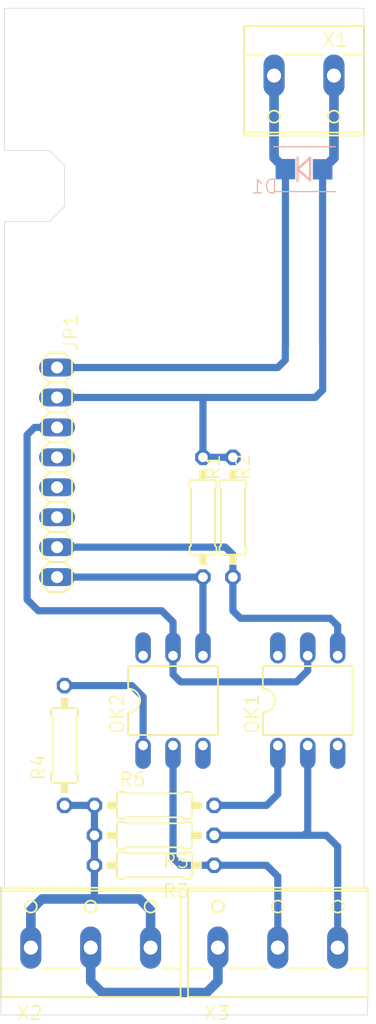
<source format=kicad_pcb>
(kicad_pcb (version 20221018) (generator pcbnew)
  (layers (0 "F.Cu" signal) (31 "B.Cu" signal) (34 "B.Paste" user) (35 "F.Paste" user) (36 "B.SilkS" user "B.Silkscreen") (37 "F.SilkS" user "F.Silkscreen") (38 "B.Mask" user) (39 "F.Mask" user) (44 "Edge.Cuts" user))
  (net 0 "")
  (net 1 "GND")
  (net 2 "N$4")
  (net 3 "N$1")
  (net 4 "N$2")
  (net 5 "N$3")
  (net 6 "N$7")
  (net 7 "N$8")
  (net 8 "N$9")
  (net 9 "N$5")
  (net 10 "N$10")
  (net 11 "N$6")
  (footprint "fingerprint_2te:0207_10" (layer "F.Cu") (at 145.9611 129.92735)
    (fp_text reference "R6" (at -3.048 -1.524) (layer "F.SilkS") (effects (font (size 1.143 1.143) (thickness 0.127)) (justify left bottom)))
    (fp_text value "2k2")
    (fp_line (start -3.175 0.889) (end -3.175 -0.889) (stroke (width 0.1524)) (layer "F.SilkS"))
    (fp_line (start -2.921 -1.143) (end -2.54 -1.143) (stroke (width 0.1524)) (layer "F.SilkS"))
    (fp_line (start -2.921 1.143) (end -2.54 1.143) (stroke (width 0.1524)) (layer "F.SilkS"))
    (fp_line (start -2.413 -1.016) (end -2.54 -1.143) (stroke (width 0.1524)) (layer "F.SilkS"))
    (fp_line (start -2.413 1.016) (end -2.54 1.143) (stroke (width 0.1524)) (layer "F.SilkS"))
    (fp_line (start 2.413 -1.016) (end -2.413 -1.016) (stroke (width 0.1524)) (layer "F.SilkS"))
    (fp_line (start 2.413 -1.016) (end 2.54 -1.143) (stroke (width 0.1524)) (layer "F.SilkS"))
    (fp_line (start 2.413 1.016) (end -2.413 1.016) (stroke (width 0.1524)) (layer "F.SilkS"))
    (fp_line (start 2.413 1.016) (end 2.54 1.143) (stroke (width 0.1524)) (layer "F.SilkS"))
    (fp_line (start 2.921 -1.143) (end 2.54 -1.143) (stroke (width 0.1524)) (layer "F.SilkS"))
    (fp_line (start 2.921 1.143) (end 2.54 1.143) (stroke (width 0.1524)) (layer "F.SilkS"))
    (fp_line (start 3.175 0.889) (end 3.175 -0.889) (stroke (width 0.1524)) (layer "F.SilkS"))
    (fp_arc (start -3.175 -0.889) (mid -3.100605 -1.068605) (end -2.921 -1.143) (stroke (width 0.1524)) (layer "F.SilkS"))
    (fp_arc (start -2.921 1.143) (mid -3.100605 1.068605) (end -3.175 0.889) (stroke (width 0.1524)) (layer "F.SilkS"))
    (fp_arc (start 2.921 -1.143) (mid 3.100605 -1.068605) (end 3.175 -0.889) (stroke (width 0.1524)) (layer "F.SilkS"))
    (fp_arc (start 3.175 0.889) (mid 3.100605 1.068605) (end 2.921 1.143) (stroke (width 0.1524)) (layer "F.SilkS"))
    (fp_poly (pts (xy -4.0386 0.3048) (xy -3.175 0.3048) (xy -3.175 -0.3048) (xy -4.0386 -0.3048)) (fill solid) (layer "F.SilkS"))
    (fp_poly (pts (xy 3.175 0.3048) (xy 4.0386 0.3048) (xy 4.0386 -0.3048) (xy 3.175 -0.3048)) (fill solid) (layer "F.SilkS"))
    (pad "1" thru_hole roundrect (at -5.08 0) (size 1.3208 1.3208) (drill 0.8128) (layers "*.Cu" "*.Mask") (chamfer_ratio 0.2928932188) (chamfer top_left top_right bottom_left bottom_right) (net 11 "N$6"))
    (pad "2" thru_hole roundrect (at 5.08 0) (size 1.3208 1.3208) (drill 0.8128) (layers "*.Cu" "*.Mask") (chamfer_ratio 0.2928932188) (chamfer top_left top_right bottom_left bottom_right) (net 10 "N$10"))
  )
  (footprint "fingerprint_2te:0207_10" (layer "F.Cu") (at 145.9611 132.46735 180)
    (fp_text reference "R5" (at -3.048 -1.524 180) (layer "F.SilkS") (effects (font (size 1.143 1.143) (thickness 0.127)) (justify right top)))
    (fp_text value "1k2")
    (fp_line (start -3.175 0.889) (end -3.175 -0.889) (stroke (width 0.1524)) (layer "F.SilkS"))
    (fp_line (start -2.921 -1.143) (end -2.54 -1.143) (stroke (width 0.1524)) (layer "F.SilkS"))
    (fp_line (start -2.921 1.143) (end -2.54 1.143) (stroke (width 0.1524)) (layer "F.SilkS"))
    (fp_line (start -2.413 -1.016) (end -2.54 -1.143) (stroke (width 0.1524)) (layer "F.SilkS"))
    (fp_line (start -2.413 1.016) (end -2.54 1.143) (stroke (width 0.1524)) (layer "F.SilkS"))
    (fp_line (start 2.413 -1.016) (end -2.413 -1.016) (stroke (width 0.1524)) (layer "F.SilkS"))
    (fp_line (start 2.413 -1.016) (end 2.54 -1.143) (stroke (width 0.1524)) (layer "F.SilkS"))
    (fp_line (start 2.413 1.016) (end -2.413 1.016) (stroke (width 0.1524)) (layer "F.SilkS"))
    (fp_line (start 2.413 1.016) (end 2.54 1.143) (stroke (width 0.1524)) (layer "F.SilkS"))
    (fp_line (start 2.921 -1.143) (end 2.54 -1.143) (stroke (width 0.1524)) (layer "F.SilkS"))
    (fp_line (start 2.921 1.143) (end 2.54 1.143) (stroke (width 0.1524)) (layer "F.SilkS"))
    (fp_line (start 3.175 0.889) (end 3.175 -0.889) (stroke (width 0.1524)) (layer "F.SilkS"))
    (fp_arc (start -3.175 -0.889) (mid -3.100605 -1.068605) (end -2.921 -1.143) (stroke (width 0.1524)) (layer "F.SilkS"))
    (fp_arc (start -2.921 1.143) (mid -3.100605 1.068605) (end -3.175 0.889) (stroke (width 0.1524)) (layer "F.SilkS"))
    (fp_arc (start 2.921 -1.143) (mid 3.100605 -1.068605) (end 3.175 -0.889) (stroke (width 0.1524)) (layer "F.SilkS"))
    (fp_arc (start 3.175 0.889) (mid 3.100605 1.068605) (end 2.921 1.143) (stroke (width 0.1524)) (layer "F.SilkS"))
    (fp_poly (pts (xy -4.0386 0.3048) (xy -3.175 0.3048) (xy -3.175 -0.3048) (xy -4.0386 -0.3048)) (fill solid) (layer "F.SilkS"))
    (fp_poly (pts (xy 3.175 0.3048) (xy 4.0386 0.3048) (xy 4.0386 -0.3048) (xy 3.175 -0.3048)) (fill solid) (layer "F.SilkS"))
    (pad "1" thru_hole roundrect (at -5.08 0 180) (size 1.3208 1.3208) (drill 0.8128) (layers "*.Cu" "*.Mask") (chamfer_ratio 0.2928932188) (chamfer top_left top_right bottom_left bottom_right) (net 8 "N$9"))
    (pad "2" thru_hole roundrect (at 5.08 0 180) (size 1.3208 1.3208) (drill 0.8128) (layers "*.Cu" "*.Mask") (chamfer_ratio 0.2928932188) (chamfer top_left top_right bottom_left bottom_right) (net 11 "N$6"))
  )
  (footprint "fingerprint_2te:0207_10" (layer "F.Cu") (at 152.6286 105.47985 -90)
    (fp_text reference "R2" (at -3.048 -1.524 -90) (layer "F.SilkS") (effects (font (size 1.143 1.143) (thickness 0.127)) (justify left bottom)))
    (fp_text value "10k")
    (fp_line (start -3.175 0.889) (end -3.175 -0.889) (stroke (width 0.1524)) (layer "F.SilkS"))
    (fp_line (start -2.921 -1.143) (end -2.54 -1.143) (stroke (width 0.1524)) (layer "F.SilkS"))
    (fp_line (start -2.921 1.143) (end -2.54 1.143) (stroke (width 0.1524)) (layer "F.SilkS"))
    (fp_line (start -2.413 -1.016) (end -2.54 -1.143) (stroke (width 0.1524)) (layer "F.SilkS"))
    (fp_line (start -2.413 1.016) (end -2.54 1.143) (stroke (width 0.1524)) (layer "F.SilkS"))
    (fp_line (start 2.413 -1.016) (end -2.413 -1.016) (stroke (width 0.1524)) (layer "F.SilkS"))
    (fp_line (start 2.413 -1.016) (end 2.54 -1.143) (stroke (width 0.1524)) (layer "F.SilkS"))
    (fp_line (start 2.413 1.016) (end -2.413 1.016) (stroke (width 0.1524)) (layer "F.SilkS"))
    (fp_line (start 2.413 1.016) (end 2.54 1.143) (stroke (width 0.1524)) (layer "F.SilkS"))
    (fp_line (start 2.921 -1.143) (end 2.54 -1.143) (stroke (width 0.1524)) (layer "F.SilkS"))
    (fp_line (start 2.921 1.143) (end 2.54 1.143) (stroke (width 0.1524)) (layer "F.SilkS"))
    (fp_line (start 3.175 0.889) (end 3.175 -0.889) (stroke (width 0.1524)) (layer "F.SilkS"))
    (fp_arc (start -3.175 -0.889) (mid -3.100605 -1.068605) (end -2.921 -1.143) (stroke (width 0.1524)) (layer "F.SilkS"))
    (fp_arc (start -2.921 1.143) (mid -3.100605 1.068605) (end -3.175 0.889) (stroke (width 0.1524)) (layer "F.SilkS"))
    (fp_arc (start 2.921 -1.143) (mid 3.100605 -1.068605) (end 3.175 -0.889) (stroke (width 0.1524)) (layer "F.SilkS"))
    (fp_arc (start 3.175 0.889) (mid 3.100605 1.068605) (end 2.921 1.143) (stroke (width 0.1524)) (layer "F.SilkS"))
    (fp_poly (pts (xy -4.0386 0.3048) (xy -3.175 0.3048) (xy -3.175 -0.3048) (xy -4.0386 -0.3048)) (fill solid) (layer "F.SilkS"))
    (fp_poly (pts (xy 3.175 0.3048) (xy 4.0386 0.3048) (xy 4.0386 -0.3048) (xy 3.175 -0.3048)) (fill solid) (layer "F.SilkS"))
    (pad "1" thru_hole roundrect (at -5.08 0 270) (size 1.3208 1.3208) (drill 0.8128) (layers "*.Cu" "*.Mask") (chamfer_ratio 0.2928932188) (chamfer top_left top_right bottom_left bottom_right) (net 1 "GND"))
    (pad "2" thru_hole roundrect (at 5.08 0 270) (size 1.3208 1.3208) (drill 0.8128) (layers "*.Cu" "*.Mask") (chamfer_ratio 0.2928932188) (chamfer top_left top_right bottom_left bottom_right) (net 4 "N$2"))
  )
  (footprint "fingerprint_2te:DIL06" (layer "F.Cu") (at 147.5486 121.03735)
    (fp_text reference "OK2" (at -4.064 2.921 90) (layer "F.SilkS") (effects (font (size 1.143 1.143) (thickness 0.127)) (justify left bottom)))
    (fp_text value "4N35")
    (fp_line (start -3.81 -2.921) (end -3.81 -1.016) (stroke (width 0.1524)) (layer "F.SilkS"))
    (fp_line (start -3.81 2.921) (end -3.81 1.016) (stroke (width 0.1524)) (layer "F.SilkS"))
    (fp_line (start -3.81 2.921) (end 3.81 2.921) (stroke (width 0.1524)) (layer "F.SilkS"))
    (fp_line (start 3.81 -2.921) (end -3.81 -2.921) (stroke (width 0.1524)) (layer "F.SilkS"))
    (fp_line (start 3.81 -2.921) (end 3.81 2.921) (stroke (width 0.1524)) (layer "F.SilkS"))
    (fp_arc (start -3.81 -1.016) (mid -2.794 0) (end -3.81 1.016) (stroke (width 0.1524)) (layer "F.SilkS"))
    (pad "1" thru_hole oval (at -2.54 3.81 270) (size 2.6416 1.3208) (drill 0.8128 (offset 0.6604 0)) (layers "*.Cu" "*.Mask") (net 9 "N$5"))
    (pad "2" thru_hole oval (at 0 3.81 270) (size 2.6416 1.3208) (drill 0.8128 (offset 0.6604 0)) (layers "*.Cu" "*.Mask") (net 7 "N$8"))
    (pad "3" thru_hole oval (at 2.54 3.81 270) (size 2.6416 1.3208) (drill 0.8128 (offset 0.6604 0)) (layers "*.Cu" "*.Mask"))
    (pad "4" thru_hole oval (at 2.54 -3.81 90) (size 2.6416 1.3208) (drill 0.8128 (offset 0.6604 0)) (layers "*.Cu" "*.Mask") (net 3 "N$1"))
    (pad "5" thru_hole oval (at 0 -3.81 90) (size 2.6416 1.3208) (drill 0.8128 (offset 0.6604 0)) (layers "*.Cu" "*.Mask") (net 5 "N$3"))
    (pad "6" thru_hole oval (at -2.54 -3.81 90) (size 2.6416 1.3208) (drill 0.8128 (offset 0.6604 0)) (layers "*.Cu" "*.Mask"))
  )
  (footprint "fingerprint_2te:W237-3E" (layer "F.Cu") (at 156.4386 141.35735)
    (fp_text reference "X3" (at -6.35 6.858) (layer "F.SilkS") (effects (font (size 1.143 1.143) (thickness 0.127)) (justify left bottom)))
    (fp_text value "")
    (fp_line (start -7.62 -4.191) (end -7.62 -4.445) (stroke (width 0.1524)) (layer "F.SilkS"))
    (fp_line (start -7.62 -4.191) (end 7.62 -4.191) (stroke (width 0.1524)) (layer "F.SilkS"))
    (fp_line (start -7.62 2.413) (end -7.62 -4.191) (stroke (width 0.1524)) (layer "F.SilkS"))
    (fp_line (start -7.62 2.413) (end -6.096 2.413) (stroke (width 0.1524)) (layer "F.SilkS"))
    (fp_line (start -7.62 4.826) (end -7.62 2.413) (stroke (width 0.1524)) (layer "F.SilkS"))
    (fp_line (start -7.62 4.826) (end 7.62 4.826) (stroke (width 0.1524)) (layer "F.SilkS"))
    (fp_line (start -4.064 2.413) (end -1.016 2.413) (stroke (width 0.1524)) (layer "F.SilkS"))
    (fp_line (start 1.016 2.413) (end 4.064 2.413) (stroke (width 0.1524)) (layer "F.SilkS"))
    (fp_line (start 6.096 2.413) (end 7.62 2.413) (stroke (width 0.1524)) (layer "F.SilkS"))
    (fp_line (start 7.62 -4.445) (end -7.62 -4.445) (stroke (width 0.1524)) (layer "F.SilkS"))
    (fp_line (start 7.62 -4.445) (end 7.62 -4.191) (stroke (width 0.1524)) (layer "F.SilkS"))
    (fp_line (start 7.62 -4.191) (end 7.62 2.413) (stroke (width 0.1524)) (layer "F.SilkS"))
    (fp_line (start 7.62 2.413) (end 7.62 4.826) (stroke (width 0.1524)) (layer "F.SilkS"))
    (fp_circle (center -5.08 -2.8448) (end -4.572 -2.8448) (stroke (width 0.1524)) (fill none) (layer "F.SilkS"))
    (fp_circle (center 0 -2.8448) (end 0.508 -2.8448) (stroke (width 0.1524)) (fill none) (layer "F.SilkS"))
    (fp_circle (center 5.08 -2.8448) (end 5.588 -2.8448) (stroke (width 0.1524)) (fill none) (layer "F.SilkS"))
    (pad "1" thru_hole oval (at -5.08 0.635 90) (size 3.5814 1.7907) (drill 1.1938) (layers "*.Cu" "*.Mask") (net 6 "N$7"))
    (pad "2" thru_hole oval (at 0 0.635 90) (size 3.5814 1.7907) (drill 1.1938) (layers "*.Cu" "*.Mask") (net 7 "N$8"))
    (pad "3" thru_hole oval (at 5.08 0.635 90) (size 3.5814 1.7907) (drill 1.1938) (layers "*.Cu" "*.Mask") (net 8 "N$9"))
  )
  (footprint "fingerprint_2te:0207_10" (layer "F.Cu") (at 145.9611 135.00735 180)
    (fp_text reference "R3" (at -3.048 -1.524 180) (layer "F.SilkS") (effects (font (size 1.143 1.143) (thickness 0.127)) (justify right top)))
    (fp_text value "1k2")
    (fp_line (start -3.175 0.889) (end -3.175 -0.889) (stroke (width 0.1524)) (layer "F.SilkS"))
    (fp_line (start -2.921 -1.143) (end -2.54 -1.143) (stroke (width 0.1524)) (layer "F.SilkS"))
    (fp_line (start -2.921 1.143) (end -2.54 1.143) (stroke (width 0.1524)) (layer "F.SilkS"))
    (fp_line (start -2.413 -1.016) (end -2.54 -1.143) (stroke (width 0.1524)) (layer "F.SilkS"))
    (fp_line (start -2.413 1.016) (end -2.54 1.143) (stroke (width 0.1524)) (layer "F.SilkS"))
    (fp_line (start 2.413 -1.016) (end -2.413 -1.016) (stroke (width 0.1524)) (layer "F.SilkS"))
    (fp_line (start 2.413 -1.016) (end 2.54 -1.143) (stroke (width 0.1524)) (layer "F.SilkS"))
    (fp_line (start 2.413 1.016) (end -2.413 1.016) (stroke (width 0.1524)) (layer "F.SilkS"))
    (fp_line (start 2.413 1.016) (end 2.54 1.143) (stroke (width 0.1524)) (layer "F.SilkS"))
    (fp_line (start 2.921 -1.143) (end 2.54 -1.143) (stroke (width 0.1524)) (layer "F.SilkS"))
    (fp_line (start 2.921 1.143) (end 2.54 1.143) (stroke (width 0.1524)) (layer "F.SilkS"))
    (fp_line (start 3.175 0.889) (end 3.175 -0.889) (stroke (width 0.1524)) (layer "F.SilkS"))
    (fp_arc (start -3.175 -0.889) (mid -3.100605 -1.068605) (end -2.921 -1.143) (stroke (width 0.1524)) (layer "F.SilkS"))
    (fp_arc (start -2.921 1.143) (mid -3.100605 1.068605) (end -3.175 0.889) (stroke (width 0.1524)) (layer "F.SilkS"))
    (fp_arc (start 2.921 -1.143) (mid 3.100605 -1.068605) (end 3.175 -0.889) (stroke (width 0.1524)) (layer "F.SilkS"))
    (fp_arc (start 3.175 0.889) (mid 3.100605 1.068605) (end 2.921 1.143) (stroke (width 0.1524)) (layer "F.SilkS"))
    (fp_poly (pts (xy -4.0386 0.3048) (xy -3.175 0.3048) (xy -3.175 -0.3048) (xy -4.0386 -0.3048)) (fill solid) (layer "F.SilkS"))
    (fp_poly (pts (xy 3.175 0.3048) (xy 4.0386 0.3048) (xy 4.0386 -0.3048) (xy 3.175 -0.3048)) (fill solid) (layer "F.SilkS"))
    (pad "1" thru_hole roundrect (at -5.08 0 180) (size 1.3208 1.3208) (drill 0.8128) (layers "*.Cu" "*.Mask") (chamfer_ratio 0.2928932188) (chamfer top_left top_right bottom_left bottom_right) (net 7 "N$8"))
    (pad "2" thru_hole roundrect (at 5.08 0 180) (size 1.3208 1.3208) (drill 0.8128) (layers "*.Cu" "*.Mask") (chamfer_ratio 0.2928932188) (chamfer top_left top_right bottom_left bottom_right) (net 11 "N$6"))
  )
  (footprint "fingerprint_2te:W237-132" (layer "F.Cu") (at 158.6611 68.64985 180)
    (fp_text reference "X1" (at -3.81 4.318 180) (layer "F.SilkS") (effects (font (size 1.143 1.143) (thickness 0.127)) (justify right top)))
    (fp_text value "")
    (fp_line (start -5.08 -4.445) (end 5.08 -4.445) (stroke (width 0.1524)) (layer "F.SilkS"))
    (fp_line (start -5.08 -4.191) (end -5.08 -4.445) (stroke (width 0.1524)) (layer "F.SilkS"))
    (fp_line (start -5.08 -4.191) (end -5.08 2.413) (stroke (width 0.1524)) (layer "F.SilkS"))
    (fp_line (start -5.08 -4.191) (end 5.08 -4.191) (stroke (width 0.1524)) (layer "F.SilkS"))
    (fp_line (start -5.08 2.413) (end -5.08 4.826) (stroke (width 0.1524)) (layer "F.SilkS"))
    (fp_line (start -5.08 2.413) (end -3.429 2.413) (stroke (width 0.1524)) (layer "F.SilkS"))
    (fp_line (start -1.651 2.413) (end 1.651 2.413) (stroke (width 0.1524)) (layer "F.SilkS"))
    (fp_line (start 3.429 2.413) (end 5.08 2.413) (stroke (width 0.1524)) (layer "F.SilkS"))
    (fp_line (start 5.08 -4.191) (end 5.08 -4.445) (stroke (width 0.1524)) (layer "F.SilkS"))
    (fp_line (start 5.08 2.413) (end 5.08 -4.191) (stroke (width 0.1524)) (layer "F.SilkS"))
    (fp_line (start 5.08 4.826) (end -5.08 4.826) (stroke (width 0.1524)) (layer "F.SilkS"))
    (fp_line (start 5.08 4.826) (end 5.08 2.413) (stroke (width 0.1524)) (layer "F.SilkS"))
    (fp_circle (center -2.54 -2.8448) (end -2.032 -2.8448) (stroke (width 0.1524)) (fill none) (layer "F.SilkS"))
    (fp_circle (center 2.54 -2.8448) (end 3.048 -2.8448) (stroke (width 0.1524)) (fill none) (layer "F.SilkS"))
    (pad "1" thru_hole oval (at -2.54 0.635 270) (size 3.5814 1.7907) (drill 1.1938) (layers "*.Cu" "*.Mask") (net 1 "GND"))
    (pad "2" thru_hole oval (at 2.54 0.635 270) (size 3.5814 1.7907) (drill 1.1938) (layers "*.Cu" "*.Mask") (net 2 "N$4"))
  )
  (footprint "fingerprint_2te:0207_10" (layer "F.Cu") (at 138.3411 124.84735 90)
    (fp_text reference "R4" (at -3.048 -1.524 90) (layer "F.SilkS") (effects (font (size 1.143 1.143) (thickness 0.127)) (justify left bottom)))
    (fp_text value "2k2")
    (fp_line (start -3.175 0.889) (end -3.175 -0.889) (stroke (width 0.1524)) (layer "F.SilkS"))
    (fp_line (start -2.921 -1.143) (end -2.54 -1.143) (stroke (width 0.1524)) (layer "F.SilkS"))
    (fp_line (start -2.921 1.143) (end -2.54 1.143) (stroke (width 0.1524)) (layer "F.SilkS"))
    (fp_line (start -2.413 -1.016) (end -2.54 -1.143) (stroke (width 0.1524)) (layer "F.SilkS"))
    (fp_line (start -2.413 1.016) (end -2.54 1.143) (stroke (width 0.1524)) (layer "F.SilkS"))
    (fp_line (start 2.413 -1.016) (end -2.413 -1.016) (stroke (width 0.1524)) (layer "F.SilkS"))
    (fp_line (start 2.413 -1.016) (end 2.54 -1.143) (stroke (width 0.1524)) (layer "F.SilkS"))
    (fp_line (start 2.413 1.016) (end -2.413 1.016) (stroke (width 0.1524)) (layer "F.SilkS"))
    (fp_line (start 2.413 1.016) (end 2.54 1.143) (stroke (width 0.1524)) (layer "F.SilkS"))
    (fp_line (start 2.921 -1.143) (end 2.54 -1.143) (stroke (width 0.1524)) (layer "F.SilkS"))
    (fp_line (start 2.921 1.143) (end 2.54 1.143) (stroke (width 0.1524)) (layer "F.SilkS"))
    (fp_line (start 3.175 0.889) (end 3.175 -0.889) (stroke (width 0.1524)) (layer "F.SilkS"))
    (fp_arc (start -3.175 -0.889) (mid -3.100605 -1.068605) (end -2.921 -1.143) (stroke (width 0.1524)) (layer "F.SilkS"))
    (fp_arc (start -2.921 1.143) (mid -3.100605 1.068605) (end -3.175 0.889) (stroke (width 0.1524)) (layer "F.SilkS"))
    (fp_arc (start 2.921 -1.143) (mid 3.100605 -1.068605) (end 3.175 -0.889) (stroke (width 0.1524)) (layer "F.SilkS"))
    (fp_arc (start 3.175 0.889) (mid 3.100605 1.068605) (end 2.921 1.143) (stroke (width 0.1524)) (layer "F.SilkS"))
    (fp_poly (pts (xy -4.0386 0.3048) (xy -3.175 0.3048) (xy -3.175 -0.3048) (xy -4.0386 -0.3048)) (fill solid) (layer "F.SilkS"))
    (fp_poly (pts (xy 3.175 0.3048) (xy 4.0386 0.3048) (xy 4.0386 -0.3048) (xy 3.175 -0.3048)) (fill solid) (layer "F.SilkS"))
    (pad "1" thru_hole roundrect (at -5.08 0 90) (size 1.3208 1.3208) (drill 0.8128) (layers "*.Cu" "*.Mask") (chamfer_ratio 0.2928932188) (chamfer top_left top_right bottom_left bottom_right) (net 11 "N$6"))
    (pad "2" thru_hole roundrect (at 5.08 0 90) (size 1.3208 1.3208) (drill 0.8128) (layers "*.Cu" "*.Mask") (chamfer_ratio 0.2928932188) (chamfer top_left top_right bottom_left bottom_right) (net 9 "N$5"))
  )
  (footprint "fingerprint_2te:W237-3E" (layer "F.Cu") (at 140.5636 141.35735)
    (fp_text reference "X2" (at -6.35 6.858) (layer "F.SilkS") (effects (font (size 1.143 1.143) (thickness 0.127)) (justify left bottom)))
    (fp_text value "")
    (fp_line (start -7.62 -4.191) (end -7.62 -4.445) (stroke (width 0.1524)) (layer "F.SilkS"))
    (fp_line (start -7.62 -4.191) (end 7.62 -4.191) (stroke (width 0.1524)) (layer "F.SilkS"))
    (fp_line (start -7.62 2.413) (end -7.62 -4.191) (stroke (width 0.1524)) (layer "F.SilkS"))
    (fp_line (start -7.62 2.413) (end -6.096 2.413) (stroke (width 0.1524)) (layer "F.SilkS"))
    (fp_line (start -7.62 4.826) (end -7.62 2.413) (stroke (width 0.1524)) (layer "F.SilkS"))
    (fp_line (start -7.62 4.826) (end 7.62 4.826) (stroke (width 0.1524)) (layer "F.SilkS"))
    (fp_line (start -4.064 2.413) (end -1.016 2.413) (stroke (width 0.1524)) (layer "F.SilkS"))
    (fp_line (start 1.016 2.413) (end 4.064 2.413) (stroke (width 0.1524)) (layer "F.SilkS"))
    (fp_line (start 6.096 2.413) (end 7.62 2.413) (stroke (width 0.1524)) (layer "F.SilkS"))
    (fp_line (start 7.62 -4.445) (end -7.62 -4.445) (stroke (width 0.1524)) (layer "F.SilkS"))
    (fp_line (start 7.62 -4.445) (end 7.62 -4.191) (stroke (width 0.1524)) (layer "F.SilkS"))
    (fp_line (start 7.62 -4.191) (end 7.62 2.413) (stroke (width 0.1524)) (layer "F.SilkS"))
    (fp_line (start 7.62 2.413) (end 7.62 4.826) (stroke (width 0.1524)) (layer "F.SilkS"))
    (fp_circle (center -5.08 -2.8448) (end -4.572 -2.8448) (stroke (width 0.1524)) (fill none) (layer "F.SilkS"))
    (fp_circle (center 0 -2.8448) (end 0.508 -2.8448) (stroke (width 0.1524)) (fill none) (layer "F.SilkS"))
    (fp_circle (center 5.08 -2.8448) (end 5.588 -2.8448) (stroke (width 0.1524)) (fill none) (layer "F.SilkS"))
    (pad "1" thru_hole oval (at -5.08 0.635 90) (size 3.5814 1.7907) (drill 1.1938) (layers "*.Cu" "*.Mask") (net 11 "N$6"))
    (pad "2" thru_hole oval (at 0 0.635 90) (size 3.5814 1.7907) (drill 1.1938) (layers "*.Cu" "*.Mask") (net 6 "N$7"))
    (pad "3" thru_hole oval (at 5.08 0.635 90) (size 3.5814 1.7907) (drill 1.1938) (layers "*.Cu" "*.Mask") (net 11 "N$6"))
  )
  (footprint "fingerprint_2te:0207_10" (layer "F.Cu") (at 150.0886 105.47985 -90)
    (fp_text reference "R1" (at -3.048 -1.524 -90) (layer "F.SilkS") (effects (font (size 1.143 1.143) (thickness 0.127)) (justify left bottom)))
    (fp_text value "10k")
    (fp_line (start -3.175 0.889) (end -3.175 -0.889) (stroke (width 0.1524)) (layer "F.SilkS"))
    (fp_line (start -2.921 -1.143) (end -2.54 -1.143) (stroke (width 0.1524)) (layer "F.SilkS"))
    (fp_line (start -2.921 1.143) (end -2.54 1.143) (stroke (width 0.1524)) (layer "F.SilkS"))
    (fp_line (start -2.413 -1.016) (end -2.54 -1.143) (stroke (width 0.1524)) (layer "F.SilkS"))
    (fp_line (start -2.413 1.016) (end -2.54 1.143) (stroke (width 0.1524)) (layer "F.SilkS"))
    (fp_line (start 2.413 -1.016) (end -2.413 -1.016) (stroke (width 0.1524)) (layer "F.SilkS"))
    (fp_line (start 2.413 -1.016) (end 2.54 -1.143) (stroke (width 0.1524)) (layer "F.SilkS"))
    (fp_line (start 2.413 1.016) (end -2.413 1.016) (stroke (width 0.1524)) (layer "F.SilkS"))
    (fp_line (start 2.413 1.016) (end 2.54 1.143) (stroke (width 0.1524)) (layer "F.SilkS"))
    (fp_line (start 2.921 -1.143) (end 2.54 -1.143) (stroke (width 0.1524)) (layer "F.SilkS"))
    (fp_line (start 2.921 1.143) (end 2.54 1.143) (stroke (width 0.1524)) (layer "F.SilkS"))
    (fp_line (start 3.175 0.889) (end 3.175 -0.889) (stroke (width 0.1524)) (layer "F.SilkS"))
    (fp_arc (start -3.175 -0.889) (mid -3.100605 -1.068605) (end -2.921 -1.143) (stroke (width 0.1524)) (layer "F.SilkS"))
    (fp_arc (start -2.921 1.143) (mid -3.100605 1.068605) (end -3.175 0.889) (stroke (width 0.1524)) (layer "F.SilkS"))
    (fp_arc (start 2.921 -1.143) (mid 3.100605 -1.068605) (end 3.175 -0.889) (stroke (width 0.1524)) (layer "F.SilkS"))
    (fp_arc (start 3.175 0.889) (mid 3.100605 1.068605) (end 2.921 1.143) (stroke (width 0.1524)) (layer "F.SilkS"))
    (fp_poly (pts (xy -4.0386 0.3048) (xy -3.175 0.3048) (xy -3.175 -0.3048) (xy -4.0386 -0.3048)) (fill solid) (layer "F.SilkS"))
    (fp_poly (pts (xy 3.175 0.3048) (xy 4.0386 0.3048) (xy 4.0386 -0.3048) (xy 3.175 -0.3048)) (fill solid) (layer "F.SilkS"))
    (pad "1" thru_hole roundrect (at -5.08 0 270) (size 1.3208 1.3208) (drill 0.8128) (layers "*.Cu" "*.Mask") (chamfer_ratio 0.2928932188) (chamfer top_left top_right bottom_left bottom_right) (net 1 "GND"))
    (pad "2" thru_hole roundrect (at 5.08 0 270) (size 1.3208 1.3208) (drill 0.8128) (layers "*.Cu" "*.Mask") (chamfer_ratio 0.2928932188) (chamfer top_left top_right bottom_left bottom_right) (net 3 "N$1"))
  )
  (footprint "fingerprint_2te:1X08" (layer "F.Cu") (at 137.7061 101.66985 -90)
    (fp_text reference "JP1" (at -10.2362 -1.8288 -90) (layer "F.SilkS") (effects (font (size 1.143 1.143) (thickness 0.127)) (justify left bottom)))
    (fp_text value "")
    (fp_line (start -10.16 -0.635) (end -10.16 0.635) (stroke (width 0.1524)) (layer "F.SilkS"))
    (fp_line (start -10.16 0.635) (end -9.525 1.27) (stroke (width 0.1524)) (layer "F.SilkS"))
    (fp_line (start -9.525 -1.27) (end -10.16 -0.635) (stroke (width 0.1524)) (layer "F.SilkS"))
    (fp_line (start -9.525 -1.27) (end -8.255 -1.27) (stroke (width 0.1524)) (layer "F.SilkS"))
    (fp_line (start -8.255 -1.27) (end -7.62 -0.635) (stroke (width 0.1524)) (layer "F.SilkS"))
    (fp_line (start -8.255 1.27) (end -9.525 1.27) (stroke (width 0.1524)) (layer "F.SilkS"))
    (fp_line (start -7.62 -0.635) (end -7.62 0.635) (stroke (width 0.1524)) (layer "F.SilkS"))
    (fp_line (start -7.62 -0.635) (end -6.985 -1.27) (stroke (width 0.1524)) (layer "F.SilkS"))
    (fp_line (start -7.62 0.635) (end -8.255 1.27) (stroke (width 0.1524)) (layer "F.SilkS"))
    (fp_line (start -6.985 -1.27) (end -5.715 -1.27) (stroke (width 0.1524)) (layer "F.SilkS"))
    (fp_line (start -6.985 1.27) (end -7.62 0.635) (stroke (width 0.1524)) (layer "F.SilkS"))
    (fp_line (start -5.715 -1.27) (end -5.08 -0.635) (stroke (width 0.1524)) (layer "F.SilkS"))
    (fp_line (start -5.715 1.27) (end -6.985 1.27) (stroke (width 0.1524)) (layer "F.SilkS"))
    (fp_line (start -5.08 -0.635) (end -5.08 0.635) (stroke (width 0.1524)) (layer "F.SilkS"))
    (fp_line (start -5.08 -0.635) (end -4.445 -1.27) (stroke (width 0.1524)) (layer "F.SilkS"))
    (fp_line (start -5.08 0.635) (end -5.715 1.27) (stroke (width 0.1524)) (layer "F.SilkS"))
    (fp_line (start -4.445 -1.27) (end -3.175 -1.27) (stroke (width 0.1524)) (layer "F.SilkS"))
    (fp_line (start -4.445 1.27) (end -5.08 0.635) (stroke (width 0.1524)) (layer "F.SilkS"))
    (fp_line (start -3.175 -1.27) (end -2.54 -0.635) (stroke (width 0.1524)) (layer "F.SilkS"))
    (fp_line (start -3.175 1.27) (end -4.445 1.27) (stroke (width 0.1524)) (layer "F.SilkS"))
    (fp_line (start -2.54 -0.635) (end -2.54 0.635) (stroke (width 0.1524)) (layer "F.SilkS"))
    (fp_line (start -2.54 0.635) (end -3.175 1.27) (stroke (width 0.1524)) (layer "F.SilkS"))
    (fp_line (start -2.54 0.635) (end -1.905 1.27) (stroke (width 0.1524)) (layer "F.SilkS"))
    (fp_line (start -1.905 -1.27) (end -2.54 -0.635) (stroke (width 0.1524)) (layer "F.SilkS"))
    (fp_line (start -1.905 -1.27) (end -0.635 -1.27) (stroke (width 0.1524)) (layer "F.SilkS"))
    (fp_line (start -0.635 -1.27) (end 0 -0.635) (stroke (width 0.1524)) (layer "F.SilkS"))
    (fp_line (start -0.635 1.27) (end -1.905 1.27) (stroke (width 0.1524)) (layer "F.SilkS"))
    (fp_line (start 0 -0.635) (end 0 0.635) (stroke (width 0.1524)) (layer "F.SilkS"))
    (fp_line (start 0 -0.635) (end 0.635 -1.27) (stroke (width 0.1524)) (layer "F.SilkS"))
    (fp_line (start 0 0.635) (end -0.635 1.27) (stroke (width 0.1524)) (layer "F.SilkS"))
    (fp_line (start 0.635 -1.27) (end 1.905 -1.27) (stroke (width 0.1524)) (layer "F.SilkS"))
    (fp_line (start 0.635 1.27) (end 0 0.635) (stroke (width 0.1524)) (layer "F.SilkS"))
    (fp_line (start 1.905 -1.27) (end 2.54 -0.635) (stroke (width 0.1524)) (layer "F.SilkS"))
    (fp_line (start 1.905 1.27) (end 0.635 1.27) (stroke (width 0.1524)) (layer "F.SilkS"))
    (fp_line (start 2.54 -0.635) (end 2.54 0.635) (stroke (width 0.1524)) (layer "F.SilkS"))
    (fp_line (start 2.54 -0.635) (end 3.175 -1.27) (stroke (width 0.1524)) (layer "F.SilkS"))
    (fp_line (start 2.54 0.635) (end 1.905 1.27) (stroke (width 0.1524)) (layer "F.SilkS"))
    (fp_line (start 3.175 -1.27) (end 4.445 -1.27) (stroke (width 0.1524)) (layer "F.SilkS"))
    (fp_line (start 3.175 1.27) (end 2.54 0.635) (stroke (width 0.1524)) (layer "F.SilkS"))
    (fp_line (start 4.445 -1.27) (end 5.08 -0.635) (stroke (width 0.1524)) (layer "F.SilkS"))
    (fp_line (start 4.445 1.27) (end 3.175 1.27) (stroke (width 0.1524)) (layer "F.SilkS"))
    (fp_line (start 5.08 -0.635) (end 5.08 0.635) (stroke (width 0.1524)) (layer "F.SilkS"))
    (fp_line (start 5.08 0.635) (end 4.445 1.27) (stroke (width 0.1524)) (layer "F.SilkS"))
    (fp_line (start 5.08 0.635) (end 5.715 1.27) (stroke (width 0.1524)) (layer "F.SilkS"))
    (fp_line (start 5.715 -1.27) (end 5.08 -0.635) (stroke (width 0.1524)) (layer "F.SilkS"))
    (fp_line (start 5.715 -1.27) (end 6.985 -1.27) (stroke (width 0.1524)) (layer "F.SilkS"))
    (fp_line (start 6.985 -1.27) (end 7.62 -0.635) (stroke (width 0.1524)) (layer "F.SilkS"))
    (fp_line (start 6.985 1.27) (end 5.715 1.27) (stroke (width 0.1524)) (layer "F.SilkS"))
    (fp_line (start 7.62 -0.635) (end 7.62 0.635) (stroke (width 0.1524)) (layer "F.SilkS"))
    (fp_line (start 7.62 0.635) (end 6.985 1.27) (stroke (width 0.1524)) (layer "F.SilkS"))
    (fp_line (start 7.62 0.635) (end 8.255 1.27) (stroke (width 0.1524)) (layer "F.SilkS"))
    (fp_line (start 8.255 -1.27) (end 7.62 -0.635) (stroke (width 0.1524)) (layer "F.SilkS"))
    (fp_line (start 8.255 -1.27) (end 9.525 -1.27) (stroke (width 0.1524)) (layer "F.SilkS"))
    (fp_line (start 9.525 -1.27) (end 10.16 -0.635) (stroke (width 0.1524)) (layer "F.SilkS"))
    (fp_line (start 9.525 1.27) (end 8.255 1.27) (stroke (width 0.1524)) (layer "F.SilkS"))
    (fp_line (start 10.16 -0.635) (end 10.16 0.635) (stroke (width 0.1524)) (layer "F.SilkS"))
    (fp_line (start 10.16 0.635) (end 9.525 1.27) (stroke (width 0.1524)) (layer "F.SilkS"))
    (pad "1" thru_hole oval (at -8.89 0) (size 3.048 1.524) (drill 1.016) (layers "*.Cu" "*.Mask") (net 2 "N$4"))
    (pad "2" thru_hole oval (at -6.35 0) (size 3.048 1.524) (drill 1.016) (layers "*.Cu" "*.Mask") (net 1 "GND"))
    (pad "3" thru_hole oval (at -3.81 0) (size 3.048 1.524) (drill 1.016) (layers "*.Cu" "*.Mask") (net 5 "N$3"))
    (pad "4" thru_hole oval (at -1.27 0) (size 3.048 1.524) (drill 1.016) (layers "*.Cu" "*.Mask"))
    (pad "5" thru_hole oval (at 1.27 0) (size 3.048 1.524) (drill 1.016) (layers "*.Cu" "*.Mask"))
    (pad "6" thru_hole oval (at 3.81 0) (size 3.048 1.524) (drill 1.016) (layers "*.Cu" "*.Mask"))
    (pad "7" thru_hole oval (at 6.35 0) (size 3.048 1.524) (drill 1.016) (layers "*.Cu" "*.Mask") (net 4 "N$2"))
    (pad "8" thru_hole oval (at 8.89 0) (size 3.048 1.524) (drill 1.016) (layers "*.Cu" "*.Mask") (net 3 "N$1"))
  )
  (footprint "fingerprint_2te:DIL06" (layer "F.Cu") (at 158.9786 121.03735)
    (fp_text reference "OK1" (at -4.064 2.921 90) (layer "F.SilkS") (effects (font (size 1.143 1.143) (thickness 0.127)) (justify left bottom)))
    (fp_text value "4N35")
    (fp_line (start -3.81 -2.921) (end -3.81 -1.016) (stroke (width 0.1524)) (layer "F.SilkS"))
    (fp_line (start -3.81 2.921) (end -3.81 1.016) (stroke (width 0.1524)) (layer "F.SilkS"))
    (fp_line (start -3.81 2.921) (end 3.81 2.921) (stroke (width 0.1524)) (layer "F.SilkS"))
    (fp_line (start 3.81 -2.921) (end -3.81 -2.921) (stroke (width 0.1524)) (layer "F.SilkS"))
    (fp_line (start 3.81 -2.921) (end 3.81 2.921) (stroke (width 0.1524)) (layer "F.SilkS"))
    (fp_arc (start -3.81 -1.016) (mid -2.794 0) (end -3.81 1.016) (stroke (width 0.1524)) (layer "F.SilkS"))
    (pad "1" thru_hole oval (at -2.54 3.81 270) (size 2.6416 1.3208) (drill 0.8128 (offset 0.6604 0)) (layers "*.Cu" "*.Mask") (net 10 "N$10"))
    (pad "2" thru_hole oval (at 0 3.81 270) (size 2.6416 1.3208) (drill 0.8128 (offset 0.6604 0)) (layers "*.Cu" "*.Mask") (net 8 "N$9"))
    (pad "3" thru_hole oval (at 2.54 3.81 270) (size 2.6416 1.3208) (drill 0.8128 (offset 0.6604 0)) (layers "*.Cu" "*.Mask"))
    (pad "4" thru_hole oval (at 2.54 -3.81 90) (size 2.6416 1.3208) (drill 0.8128 (offset 0.6604 0)) (layers "*.Cu" "*.Mask") (net 4 "N$2"))
    (pad "5" thru_hole oval (at 0 -3.81 90) (size 2.6416 1.3208) (drill 0.8128 (offset 0.6604 0)) (layers "*.Cu" "*.Mask") (net 5 "N$3"))
    (pad "6" thru_hole oval (at -2.54 -3.81 90) (size 2.6416 1.3208) (drill 0.8128 (offset 0.6604 0)) (layers "*.Cu" "*.Mask"))
  )
  (footprint "fingerprint_2te:SMA" (layer "B.Cu") (at 158.6611 75.95235)
    (fp_text reference "D1" (at -2.159 2.159 180) (layer "B.SilkS") (effects (font (size 1.1684 1.1684) (thickness 0.1016)) (justify left bottom mirror)))
    (fp_text value "SMAJ43CA")
    (fp_line (start -2.5606 -1.905) (end 2.6606 -1.905) (stroke (width 0.1016)) (layer "B.SilkS"))
    (fp_line (start -2.5606 1.905) (end 2.6606 1.905) (stroke (width 0.1016)) (layer "B.SilkS"))
    (fp_line (start -0.55 0) (end -0.55 -1) (stroke (width 0.2032)) (layer "B.SilkS"))
    (fp_line (start -0.55 0) (end 0.523 -0.97) (stroke (width 0.2032)) (layer "B.SilkS"))
    (fp_line (start -0.55 1) (end -0.55 0) (stroke (width 0.2032)) (layer "B.SilkS"))
    (fp_line (start 0.523 -0.97) (end 0.523 0.94) (stroke (width 0.2032)) (layer "B.SilkS"))
    (fp_line (start 0.523 0.94) (end -0.55 0) (stroke (width 0.2032)) (layer "B.SilkS"))
    (pad "1" smd rect (at -1.576 0 270) (size 1.73 1.67) (layers "B.Cu" "B.Paste" "B.Mask") (net 2 "N$4"))
    (pad "2" smd rect (at 1.58 0.014 270) (size 1.73 1.67) (layers "B.Cu" "B.Paste" "B.Mask") (net 1 "GND"))
  )
  (gr_line (start 164.0586 147.70735) (end 164.0586 136.91235) (stroke (width 0.05)) (layer "Edge.Cuts"))
  (gr_line (start 133.2611 74.36485) (end 133.2611 62.29985) (stroke (width 0.05)) (layer "Edge.Cuts"))
  (gr_line (start 132.9436 147.70735) (end 164.0586 147.70735) (stroke (width 0.05)) (layer "Edge.Cuts"))
  (gr_line (start 138.3411 75.63485) (end 137.0711 74.36485) (stroke (width 0.05)) (layer "Edge.Cuts"))
  (gr_line (start 133.2611 136.91235) (end 133.2611 80.39735) (stroke (width 0.05)) (layer "Edge.Cuts"))
  (gr_line (start 132.9436 136.91235) (end 133.2611 136.91235) (stroke (width 0.05)) (layer "Edge.Cuts"))
  (gr_line (start 137.0711 80.39735) (end 138.3411 79.12735) (stroke (width 0.05)) (layer "Edge.Cuts"))
  (gr_line (start 132.9436 147.70735) (end 132.9436 136.91235) (stroke (width 0.05)) (layer "Edge.Cuts"))
  (gr_line (start 133.2611 80.39735) (end 137.0711 80.39735) (stroke (width 0.05)) (layer "Edge.Cuts"))
  (gr_line (start 163.7411 62.29985) (end 133.2611 62.29985) (stroke (width 0.05)) (layer "Edge.Cuts"))
  (gr_line (start 163.7411 136.91235) (end 163.7411 62.29985) (stroke (width 0.05)) (layer "Edge.Cuts"))
  (gr_line (start 138.3411 79.12735) (end 138.3411 75.63485) (stroke (width 0.05)) (layer "Edge.Cuts"))
  (gr_line (start 137.0711 74.36485) (end 133.2611 74.36485) (stroke (width 0.05)) (layer "Edge.Cuts"))
  (gr_line (start 164.0586 136.91235) (end 163.7411 136.91235) (stroke (width 0.05)) (layer "Edge.Cuts"))
  (segment (start 150.0886 95.31985) (end 159.6136 95.31985) (width 0.6096) (layer "B.Cu") (net 1))
  (segment (start 160.2411 90.54985) (end 160.2411 75.96635) (width 0.6096) (layer "B.Cu") (net 1))
  (segment (start 161.2011 75.00635) (end 161.2011 68.01485) (width 0.8128) (layer "B.Cu") (net 1))
  (segment (start 160.2486 94.68485) (end 160.2486 90.55735) (width 0.6096) (layer "B.Cu") (net 1))
  (segment (start 160.2411 75.96635) (end 161.2011 75.00635) (width 0.8128) (layer "B.Cu") (net 1))
  (segment (start 150.0886 100.39985) (end 152.6286 100.39985) (width 0.6096) (layer "B.Cu") (net 1))
  (segment (start 160.2486 90.55735) (end 160.2411 90.54985) (width 0.6096) (layer "B.Cu") (net 1))
  (segment (start 150.0886 95.31985) (end 150.0886 100.39985) (width 0.6096) (layer "B.Cu") (net 1))
  (segment (start 159.6136 95.31985) (end 160.2486 94.68485) (width 0.6096) (layer "B.Cu") (net 1))
  (segment (start 137.7061 95.31985) (end 150.0886 95.31985) (width 0.6096) (layer "B.Cu") (net 1))
  (segment (start 157.0736 90.87485) (end 157.0851 90.86335) (width 0.6096) (layer "B.Cu") (net 2))
  (segment (start 156.1211 74.98835) (end 156.1211 68.01485) (width 0.8128) (layer "B.Cu") (net 2))
  (segment (start 157.0851 75.95235) (end 156.1211 74.98835) (width 0.8128) (layer "B.Cu") (net 2))
  (segment (start 156.4386 92.77985) (end 157.0736 92.14485) (width 0.6096) (layer "B.Cu") (net 2))
  (segment (start 157.0851 90.86335) (end 157.0851 75.95235) (width 0.6096) (layer "B.Cu") (net 2))
  (segment (start 157.0736 92.14485) (end 157.0736 90.87485) (width 0.6096) (layer "B.Cu") (net 2))
  (segment (start 137.7061 92.77985) (end 153.2636 92.77985) (width 0.6096) (layer "B.Cu") (net 2))
  (segment (start 153.2636 92.77985) (end 156.4386 92.77985) (width 0.6096) (layer "B.Cu") (net 2))
  (segment (start 150.0886 110.55985) (end 150.0886 117.22735) (width 0.6096) (layer "B.Cu") (net 3))
  (segment (start 150.0886 110.55985) (end 149.4536 110.55985) (width 0.6096) (layer "B.Cu") (net 3))
  (segment (start 137.7061 110.55985) (end 150.0886 110.55985) (width 0.6096) (layer "B.Cu") (net 3))
  (segment (start 152.6286 110.55985) (end 152.6286 113.41735) (width 0.6096) (layer "B.Cu") (net 4))
  (segment (start 151.9936 108.01985) (end 152.6286 108.65485) (width 0.6096) (layer "B.Cu") (net 4))
  (segment (start 161.5186 114.68735) (end 161.5186 117.22735) (width 0.6096) (layer "B.Cu") (net 4))
  (segment (start 153.2636 114.05235) (end 160.8836 114.05235) (width 0.6096) (layer "B.Cu") (net 4))
  (segment (start 137.7061 108.01985) (end 151.9936 108.01985) (width 0.6096) (layer "B.Cu") (net 4))
  (segment (start 152.6286 108.65485) (end 152.6286 110.55985) (width 0.6096) (layer "B.Cu") (net 4))
  (segment (start 160.8836 114.05235) (end 161.5186 114.68735) (width 0.6096) (layer "B.Cu") (net 4))
  (segment (start 152.6286 113.41735) (end 153.2636 114.05235) (width 0.6096) (layer "B.Cu") (net 4))
  (segment (start 146.5961 113.41735) (end 147.5486 114.36985) (width 0.6096) (layer "B.Cu") (net 5))
  (segment (start 148.1836 119.44985) (end 158.0261 119.44985) (width 0.6096) (layer "B.Cu") (net 5))
  (segment (start 135.1661 112.46485) (end 136.1186 113.41735) (width 0.6096) (layer "B.Cu") (net 5))
  (segment (start 135.8011 97.85985) (end 137.7061 97.85985) (width 0.6096) (layer "B.Cu") (net 5))
  (segment (start 147.5486 118.81485) (end 148.1836 119.44985) (width 0.6096) (layer "B.Cu") (net 5))
  (segment (start 147.5486 117.22735) (end 147.5486 118.81485) (width 0.6096) (layer "B.Cu") (net 5))
  (segment (start 136.1186 113.41735) (end 146.5961 113.41735) (width 0.6096) (layer "B.Cu") (net 5))
  (segment (start 135.1661 98.49485) (end 135.8011 97.85985) (width 0.6096) (layer "B.Cu") (net 5))
  (segment (start 158.9786 118.49735) (end 158.9786 117.22735) (width 0.6096) (layer "B.Cu") (net 5))
  (segment (start 158.0261 119.44985) (end 158.9786 118.49735) (width 0.6096) (layer "B.Cu") (net 5))
  (segment (start 147.5486 114.36985) (end 147.5486 117.22735) (width 0.6096) (layer "B.Cu") (net 5))
  (segment (start 135.1661 112.46485) (end 135.1661 98.49485) (width 0.6096) (layer "B.Cu") (net 5))
  (segment (start 150.4061 145.80235) (end 151.3586 144.84985) (width 0.8128) (layer "B.Cu") (net 6))
  (segment (start 140.5636 144.84985) (end 140.5636 141.99235) (width 0.8128) (layer "B.Cu") (net 6))
  (segment (start 151.3586 144.84985) (end 151.3586 141.99235) (width 0.8128) (layer "B.Cu") (net 6))
  (segment (start 140.5636 144.84985) (end 141.5161 145.80235) (width 0.8128) (layer "B.Cu") (net 6))
  (segment (start 141.5161 145.80235) (end 150.4061 145.80235) (width 0.8128) (layer "B.Cu") (net 6))
  (segment (start 148.1836 135.00735) (end 151.0411 135.00735) (width 0.6096) (layer "B.Cu") (net 7))
  (segment (start 151.0411 135.00735) (end 155.4861 135.00735) (width 0.6096) (layer "B.Cu") (net 7))
  (segment (start 155.4861 135.00735) (end 156.4386 135.95985) (width 0.6096) (layer "B.Cu") (net 7))
  (segment (start 156.4386 135.95985) (end 156.4386 141.99235) (width 0.6096) (layer "B.Cu") (net 7))
  (segment (start 148.1836 135.00735) (end 147.5486 134.37235) (width 0.6096) (layer "B.Cu") (net 7))
  (segment (start 147.5486 134.37235) (end 147.5486 124.84735) (width 0.6096) (layer "B.Cu") (net 7))
  (segment (start 158.6611 132.46735) (end 158.9786 132.14985) (width 0.6096) (layer "B.Cu") (net 8))
  (segment (start 158.6611 132.46735) (end 160.5661 132.46735) (width 0.6096) (layer "B.Cu") (net 8))
  (segment (start 151.0411 132.46735) (end 158.6611 132.46735) (width 0.6096) (layer "B.Cu") (net 8))
  (segment (start 158.9786 132.14985) (end 158.9786 124.84735) (width 0.6096) (layer "B.Cu") (net 8))
  (segment (start 160.5661 132.46735) (end 161.5186 133.41985) (width 0.6096) (layer "B.Cu") (net 8))
  (segment (start 161.5186 133.41985) (end 161.5186 141.99235) (width 0.6096) (layer "B.Cu") (net 8))
  (segment (start 145.0086 120.71985) (end 145.0086 124.84735) (width 0.6096) (layer "B.Cu") (net 9))
  (segment (start 144.0561 119.76735) (end 145.0086 120.71985) (width 0.6096) (layer "B.Cu") (net 9))
  (segment (start 138.3411 119.76735) (end 144.0561 119.76735) (width 0.6096) (layer "B.Cu") (net 9))
  (segment (start 155.4861 129.92735) (end 156.4386 128.97485) (width 0.6096) (layer "B.Cu") (net 10))
  (segment (start 156.4386 128.97485) (end 156.4386 124.84735) (width 0.6096) (layer "B.Cu") (net 10))
  (segment (start 151.0411 129.92735) (end 155.4861 129.92735) (width 0.6096) (layer "B.Cu") (net 10))
  (segment (start 135.4836 141.99235) (end 135.4836 138.81735) (width 0.8128) (layer "B.Cu") (net 11))
  (segment (start 140.8811 129.92735) (end 138.3411 129.92735) (width 0.6096) (layer "B.Cu") (net 11))
  (segment (start 140.5636 137.86485) (end 144.6911 137.86485) (width 0.8128) (layer "B.Cu") (net 11))
  (segment (start 136.4361 137.86485) (end 140.5636 137.86485) (width 0.8128) (layer "B.Cu") (net 11))
  (segment (start 144.6911 137.86485) (end 145.6436 138.81735) (width 0.8128) (layer "B.Cu") (net 11))
  (segment (start 140.5636 137.86485) (end 140.8811 137.54735) (width 0.6096) (layer "B.Cu") (net 11))
  (segment (start 135.4836 138.81735) (end 136.4361 137.86485) (width 0.8128) (layer "B.Cu") (net 11))
  (segment (start 145.6436 138.81735) (end 145.6436 141.99235) (width 0.8128) (layer "B.Cu") (net 11))
  (segment (start 140.8811 137.54735) (end 140.8811 135.00735) (width 0.6096) (layer "B.Cu") (net 11))
  (segment (start 140.8811 132.46735) (end 140.8811 129.92735) (width 0.6096) (layer "B.Cu") (net 11))
  (segment (start 140.8811 135.00735) (end 140.8811 132.46735) (width 0.6096) (layer "B.Cu") (net 11))
)
</source>
